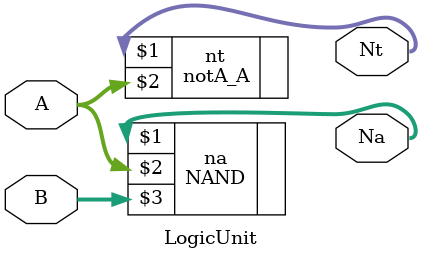
<source format=v>
`timescale 1ns / 1ps
module LogicUnit(Na,Nt,A,B);
	output [3:0]Na;
	output [3:0]Nt;
	input [1:0]A;
	input [1:0]B;
	
	NAND na(Na,A,B);
	notA_A nt(Nt,A);
endmodule

</source>
